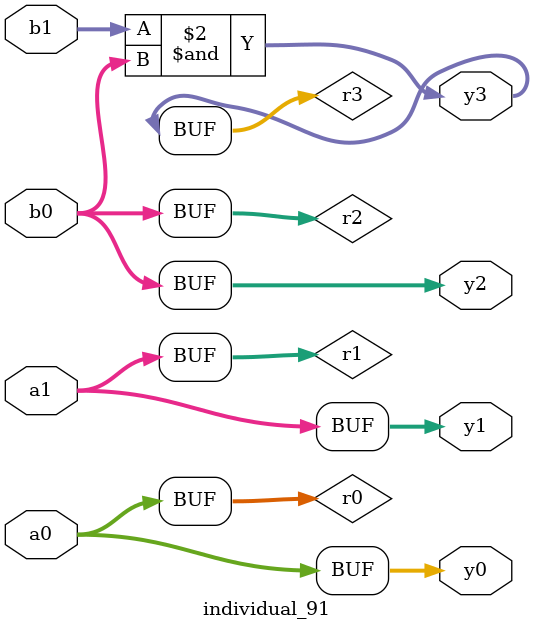
<source format=sv>
module individual_91(input logic [15:0] a1, input logic [15:0] a0, input logic [15:0] b1, input logic [15:0] b0, output logic [15:0] y3, output logic [15:0] y2, output logic [15:0] y1, output logic [15:0] y0);
logic [15:0] r0, r1, r2, r3; 
 always@(*) begin 
	 r0 = a0; r1 = a1; r2 = b0; r3 = b1; 
 	 r3  &=  r2 ;
 	 y3 = r3; y2 = r2; y1 = r1; y0 = r0; 
end
endmodule
</source>
